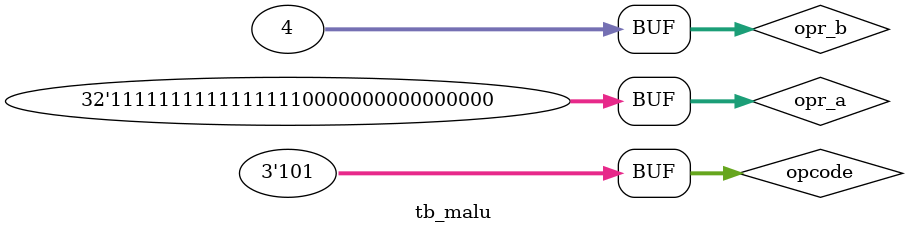
<source format=v>

module malu(opcode, opr_a, opr_b, res, en);
    parameter OPCODE_WIDTH = 3;
    parameter DATA_WIDTH = 32;
    
    input [OPCODE_WIDTH-1:0]opcode;
    input [DATA_WIDTH-1:0] opr_a, opr_b;
    input en;
    output [DATA_WIDTH-1:0] res;
    
    reg [DATA_WIDTH-1:0] res;
    
    always@(opcode or opr_a or opr_b) begin
        if(en)begin
         case (opcode)
            3'b000: res = opr_a + opr_b;
            3'b001: res = opr_a - opr_b;
            3'b010: res = opr_a & opr_b;
            3'b011: res = opr_a | opr_b;
            3'b100: res = opr_a << opr_b;
            3'b101: res = opr_a >> opr_b;
            default res = 32'bZZZZZZZZZZZZZZZZZZZZZZZZZZZZZZZZ;
         endcase
        end
        else begin
            res = 32'bZZZZZZZZZZZZZZZZZZZZZZZZZZZZZZZZ;
        end
    end
endmodule

//testbench mALU
module tb_malu();
    parameter OPCODE_WIDTH = 3;
    parameter DATA_WIDTH = 32;
    
    reg [OPCODE_WIDTH-1:0]opcode;
    reg [DATA_WIDTH-1:0] opr_a, opr_b; 
    wire [DATA_WIDTH-1:0]res;
    
    malu mALU(opcode, opr_a, opr_b, res) ;
    
    initial begin
        opr_a = 32'h FFFF0000;
        opr_b = 32'h 00000004;
        opcode = 3'b 000;
        #5;
        opcode = 3'b 001;
        #5;
        opcode = 3'b 010;
        #5;
        opcode = 3'b 011;
        #5;
        opcode = 3'b 100;
        #5;
        opcode = 3'b 101;
        #5;
    end
endmodule
</source>
